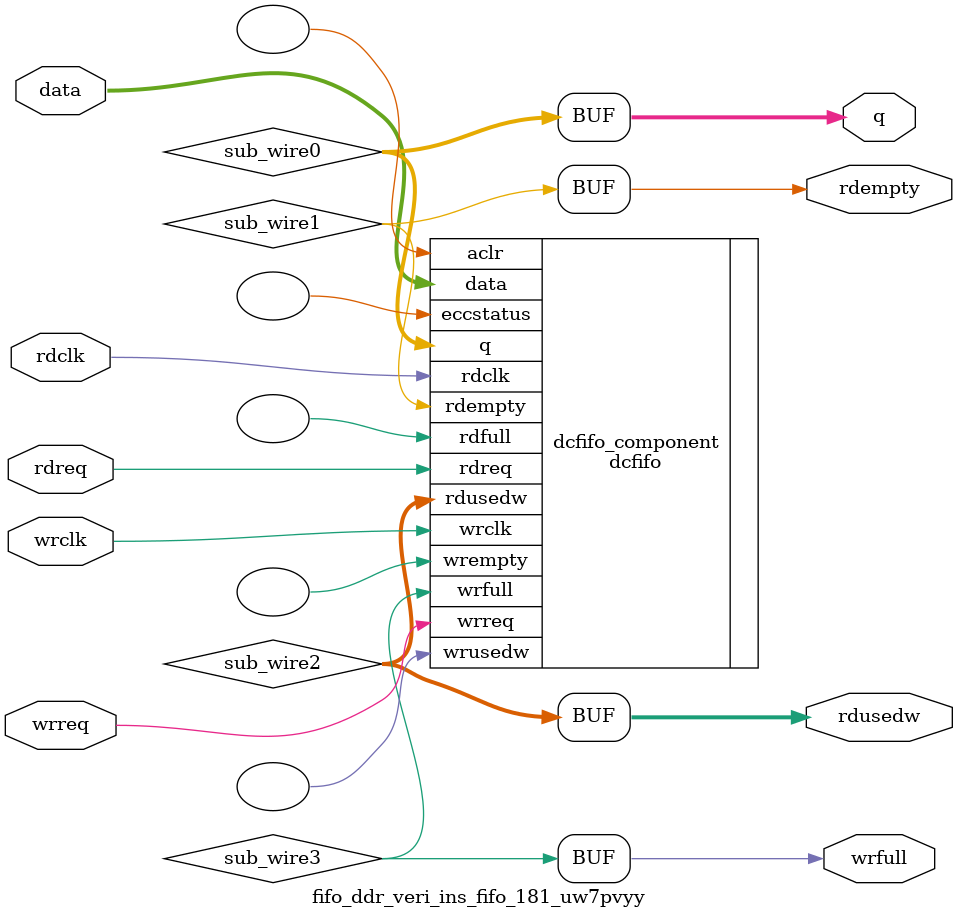
<source format=v>



`timescale 1 ps / 1 ps
// synopsys translate_on
module  fifo_ddr_veri_ins_fifo_181_uw7pvyy  (
    data,
    rdclk,
    rdreq,
    wrclk,
    wrreq,
    q,
    rdempty,
    rdusedw,
    wrfull);

    input  [31:0]  data;
    input    rdclk;
    input    rdreq;
    input    wrclk;
    input    wrreq;
    output [31:0]  q;
    output   rdempty;
    output [7:0]  rdusedw;
    output   wrfull;

    wire [31:0] sub_wire0;
    wire  sub_wire1;
    wire [7:0] sub_wire2;
    wire  sub_wire3;
    wire [31:0] q = sub_wire0[31:0];
    wire  rdempty = sub_wire1;
    wire [7:0] rdusedw = sub_wire2[7:0];
    wire  wrfull = sub_wire3;

    dcfifo  dcfifo_component (
                .data (data),
                .rdclk (rdclk),
                .rdreq (rdreq),
                .wrclk (wrclk),
                .wrreq (wrreq),
                .q (sub_wire0),
                .rdempty (sub_wire1),
                .rdusedw (sub_wire2),
                .wrfull (sub_wire3),
                .aclr (),
                .eccstatus (),
                .rdfull (),
                .wrempty (),
                .wrusedw ());
    defparam
        dcfifo_component.enable_ecc  = "FALSE",
        dcfifo_component.intended_device_family  = "Arria 10",
        dcfifo_component.lpm_hint  = "DISABLE_DCFIFO_EMBEDDED_TIMING_CONSTRAINT=TRUE",
        dcfifo_component.lpm_numwords  = 256,
        dcfifo_component.lpm_showahead  = "ON",
        dcfifo_component.lpm_type  = "dcfifo",
        dcfifo_component.lpm_width  = 32,
        dcfifo_component.lpm_widthu  = 8,
        dcfifo_component.overflow_checking  = "ON",
        dcfifo_component.rdsync_delaypipe  = 4,
        dcfifo_component.underflow_checking  = "ON",
        dcfifo_component.use_eab  = "ON",
        dcfifo_component.wrsync_delaypipe  = 4;


endmodule



</source>
